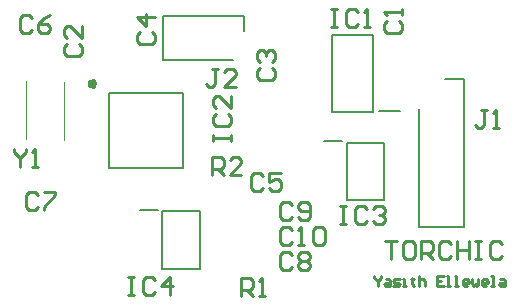
<source format=gto>
G04*
G04 #@! TF.GenerationSoftware,Altium Limited,Altium Designer,20.2.3 (150)*
G04*
G04 Layer_Color=65535*
%FSLAX24Y24*%
%MOIN*%
G70*
G04*
G04 #@! TF.SameCoordinates,A1FA694D-6CEF-4EEC-B524-7EF816075216*
G04*
G04*
G04 #@! TF.FilePolarity,Positive*
G04*
G01*
G75*
%ADD10C,0.0157*%
%ADD11C,0.0079*%
%ADD12C,0.0039*%
%ADD13C,0.0100*%
D10*
X13257Y22803D02*
X13203Y22878D01*
X13115Y22849D01*
Y22757D01*
X13203Y22728D01*
X13257Y22803D01*
D11*
X14773Y18593D02*
X15383D01*
X15521Y16602D02*
Y18532D01*
Y16602D02*
X16781D01*
Y18532D01*
X15521D02*
X16781D01*
X13739Y19988D02*
Y22469D01*
Y19988D02*
X16220D01*
Y22469D01*
X13739D02*
X16220D01*
X20920Y20887D02*
X21530D01*
X21668Y18897D02*
Y20826D01*
Y18897D02*
X22928D01*
Y20826D01*
X21668D02*
X22928D01*
X21174Y21845D02*
X22552D01*
X21174D02*
Y24404D01*
X22552D01*
Y21845D02*
Y24404D01*
X22759Y21894D02*
X23448D01*
X18250Y24560D02*
Y25038D01*
X15541D02*
X18250D01*
X15541Y23582D02*
Y25038D01*
Y23582D02*
X17895D01*
X24072Y18024D02*
Y21961D01*
Y18024D02*
X25568D01*
Y22945D01*
X24939D02*
X25568D01*
D12*
X12241Y20920D02*
Y22849D01*
X10981Y20959D02*
Y22888D01*
D13*
X22939Y17534D02*
X23339D01*
X23139D01*
Y16935D01*
X23839Y17534D02*
X23639D01*
X23539Y17434D01*
Y17035D01*
X23639Y16935D01*
X23839D01*
X23939Y17035D01*
Y17434D01*
X23839Y17534D01*
X24139Y16935D02*
Y17534D01*
X24439D01*
X24539Y17434D01*
Y17235D01*
X24439Y17135D01*
X24139D01*
X24339D02*
X24539Y16935D01*
X25139Y17434D02*
X25039Y17534D01*
X24839D01*
X24739Y17434D01*
Y17035D01*
X24839Y16935D01*
X25039D01*
X25139Y17035D01*
X25339Y17534D02*
Y16935D01*
Y17235D01*
X25738D01*
Y17534D01*
Y16935D01*
X25938Y17534D02*
X26138D01*
X26038D01*
Y16935D01*
X25938D01*
X26138D01*
X26838Y17434D02*
X26738Y17534D01*
X26538D01*
X26438Y17434D01*
Y17035D01*
X26538Y16935D01*
X26738D01*
X26838Y17035D01*
X22598Y16371D02*
Y16318D01*
X22703Y16213D01*
X22808Y16318D01*
Y16371D01*
X22703Y16213D02*
Y16056D01*
X22965Y16266D02*
X23070D01*
X23122Y16213D01*
Y16056D01*
X22965D01*
X22912Y16108D01*
X22965Y16161D01*
X23122D01*
X23227Y16056D02*
X23385D01*
X23437Y16108D01*
X23385Y16161D01*
X23280D01*
X23227Y16213D01*
X23280Y16266D01*
X23437D01*
X23542Y16056D02*
X23647D01*
X23595D01*
Y16266D01*
X23542D01*
X23857Y16318D02*
Y16266D01*
X23805D01*
X23910D01*
X23857D01*
Y16108D01*
X23910Y16056D01*
X24067Y16371D02*
Y16056D01*
Y16213D01*
X24119Y16266D01*
X24224D01*
X24277Y16213D01*
Y16056D01*
X24907Y16371D02*
X24697D01*
Y16056D01*
X24907D01*
X24697Y16213D02*
X24802D01*
X25012Y16056D02*
X25117D01*
X25064D01*
Y16371D01*
X25012D01*
X25274Y16056D02*
X25379D01*
X25326D01*
Y16371D01*
X25274D01*
X25694Y16056D02*
X25589D01*
X25536Y16108D01*
Y16213D01*
X25589Y16266D01*
X25694D01*
X25746Y16213D01*
Y16161D01*
X25536D01*
X25851Y16266D02*
Y16108D01*
X25904Y16056D01*
X25956Y16108D01*
X26009Y16056D01*
X26061Y16108D01*
Y16266D01*
X26323Y16056D02*
X26219D01*
X26166Y16108D01*
Y16213D01*
X26219Y16266D01*
X26323D01*
X26376Y16213D01*
Y16161D01*
X26166D01*
X26481Y16056D02*
X26586D01*
X26533D01*
Y16371D01*
X26481D01*
X26796Y16266D02*
X26901D01*
X26953Y16213D01*
Y16056D01*
X26796D01*
X26743Y16108D01*
X26796Y16161D01*
X26953D01*
X17165Y19757D02*
Y20357D01*
X17465D01*
X17565Y20257D01*
Y20057D01*
X17465Y19957D01*
X17165D01*
X17365D02*
X17565Y19757D01*
X18164D02*
X17765D01*
X18164Y20157D01*
Y20257D01*
X18064Y20357D01*
X17865D01*
X17765Y20257D01*
X18143Y15705D02*
Y16305D01*
X18443D01*
X18543Y16205D01*
Y16005D01*
X18443Y15905D01*
X18143D01*
X18343D02*
X18543Y15705D01*
X18743D02*
X18943D01*
X18843D01*
Y16305D01*
X18743Y16205D01*
X14376Y16353D02*
X14576D01*
X14476D01*
Y15754D01*
X14376D01*
X14576D01*
X15276Y16253D02*
X15176Y16353D01*
X14976D01*
X14876Y16253D01*
Y15854D01*
X14976Y15754D01*
X15176D01*
X15276Y15854D01*
X15776Y15754D02*
Y16353D01*
X15476Y16054D01*
X15876D01*
X19853Y17913D02*
X19753Y18013D01*
X19553D01*
X19453Y17913D01*
Y17513D01*
X19553Y17413D01*
X19753D01*
X19853Y17513D01*
X20053Y17413D02*
X20253D01*
X20153D01*
Y18013D01*
X20053Y17913D01*
X20553D02*
X20653Y18013D01*
X20853D01*
X20953Y17913D01*
Y17513D01*
X20853Y17413D01*
X20653D01*
X20553Y17513D01*
Y17913D01*
X19859Y18743D02*
X19759Y18843D01*
X19559D01*
X19459Y18743D01*
Y18343D01*
X19559Y18243D01*
X19759D01*
X19859Y18343D01*
X20059D02*
X20159Y18243D01*
X20359D01*
X20459Y18343D01*
Y18743D01*
X20359Y18843D01*
X20159D01*
X20059Y18743D01*
Y18643D01*
X20159Y18543D01*
X20459D01*
X19859Y17083D02*
X19759Y17183D01*
X19559D01*
X19459Y17083D01*
Y16684D01*
X19559Y16584D01*
X19759D01*
X19859Y16684D01*
X20059Y17083D02*
X20159Y17183D01*
X20359D01*
X20459Y17083D01*
Y16983D01*
X20359Y16883D01*
X20459Y16783D01*
Y16684D01*
X20359Y16584D01*
X20159D01*
X20059Y16684D01*
Y16783D01*
X20159Y16883D01*
X20059Y16983D01*
Y17083D01*
X20159Y16883D02*
X20359D01*
X10577Y20601D02*
Y20501D01*
X10776Y20301D01*
X10976Y20501D01*
Y20601D01*
X10776Y20301D02*
Y20001D01*
X11176D02*
X11376D01*
X11276D01*
Y20601D01*
X11176Y20501D01*
X17369Y23286D02*
X17169D01*
X17269D01*
Y22786D01*
X17169Y22686D01*
X17069D01*
X16969Y22786D01*
X17969Y22686D02*
X17569D01*
X17969Y23086D01*
Y23186D01*
X17869Y23286D01*
X17669D01*
X17569Y23186D01*
X26354Y21919D02*
X26154D01*
X26254D01*
Y21419D01*
X26154Y21319D01*
X26054D01*
X25954Y21419D01*
X26554Y21319D02*
X26754D01*
X26654D01*
Y21919D01*
X26554Y21819D01*
X21455Y18697D02*
X21655D01*
X21555D01*
Y18097D01*
X21455D01*
X21655D01*
X22355Y18597D02*
X22255Y18697D01*
X22055D01*
X21955Y18597D01*
Y18197D01*
X22055Y18097D01*
X22255D01*
X22355Y18197D01*
X22555Y18597D02*
X22655Y18697D01*
X22855D01*
X22954Y18597D01*
Y18497D01*
X22855Y18397D01*
X22755D01*
X22855D01*
X22954Y18297D01*
Y18197D01*
X22855Y18097D01*
X22655D01*
X22555Y18197D01*
X17218Y20869D02*
Y21069D01*
Y20969D01*
X17818D01*
Y20869D01*
Y21069D01*
X17318Y21769D02*
X17218Y21669D01*
Y21469D01*
X17318Y21369D01*
X17718D01*
X17818Y21469D01*
Y21669D01*
X17718Y21769D01*
X17818Y22369D02*
Y21969D01*
X17418Y22369D01*
X17318D01*
X17218Y22269D01*
Y22069D01*
X17318Y21969D01*
X21164Y25287D02*
X21364D01*
X21264D01*
Y24688D01*
X21164D01*
X21364D01*
X22064Y25187D02*
X21964Y25287D01*
X21764D01*
X21664Y25187D01*
Y24787D01*
X21764Y24688D01*
X21964D01*
X22064Y24787D01*
X22264Y24688D02*
X22464D01*
X22364D01*
Y25287D01*
X22264Y25187D01*
X11365Y19085D02*
X11265Y19185D01*
X11065D01*
X10965Y19085D01*
Y18685D01*
X11065Y18585D01*
X11265D01*
X11365Y18685D01*
X11565Y19185D02*
X11964D01*
Y19085D01*
X11565Y18685D01*
Y18585D01*
X11169Y24992D02*
X11069Y25092D01*
X10869D01*
X10769Y24992D01*
Y24592D01*
X10869Y24492D01*
X11069D01*
X11169Y24592D01*
X11769Y25092D02*
X11569Y24992D01*
X11369Y24792D01*
Y24592D01*
X11469Y24492D01*
X11669D01*
X11769Y24592D01*
Y24692D01*
X11669Y24792D01*
X11369D01*
X18883Y19720D02*
X18783Y19820D01*
X18583D01*
X18483Y19720D01*
Y19320D01*
X18583Y19220D01*
X18783D01*
X18883Y19320D01*
X19483Y19820D02*
X19083D01*
Y19520D01*
X19283Y19620D01*
X19383D01*
X19483Y19520D01*
Y19320D01*
X19383Y19220D01*
X19183D01*
X19083Y19320D01*
X14780Y24497D02*
X14680Y24397D01*
Y24197D01*
X14780Y24097D01*
X15179D01*
X15279Y24197D01*
Y24397D01*
X15179Y24497D01*
X15279Y24997D02*
X14680D01*
X14980Y24697D01*
Y25097D01*
X18783Y23325D02*
X18683Y23225D01*
Y23025D01*
X18783Y22925D01*
X19183D01*
X19283Y23025D01*
Y23225D01*
X19183Y23325D01*
X18783Y23525D02*
X18683Y23625D01*
Y23825D01*
X18783Y23925D01*
X18883D01*
X18983Y23825D01*
Y23725D01*
Y23825D01*
X19083Y23925D01*
X19183D01*
X19283Y23825D01*
Y23625D01*
X19183Y23525D01*
X12339Y24106D02*
X12239Y24006D01*
Y23806D01*
X12339Y23706D01*
X12739D01*
X12838Y23806D01*
Y24006D01*
X12739Y24106D01*
X12838Y24706D02*
Y24306D01*
X12439Y24706D01*
X12339D01*
X12239Y24606D01*
Y24406D01*
X12339Y24306D01*
X23030Y24890D02*
X22930Y24790D01*
Y24590D01*
X23030Y24490D01*
X23430D01*
X23530Y24590D01*
Y24790D01*
X23430Y24890D01*
X23530Y25090D02*
Y25290D01*
Y25190D01*
X22930D01*
X23030Y25090D01*
M02*

</source>
